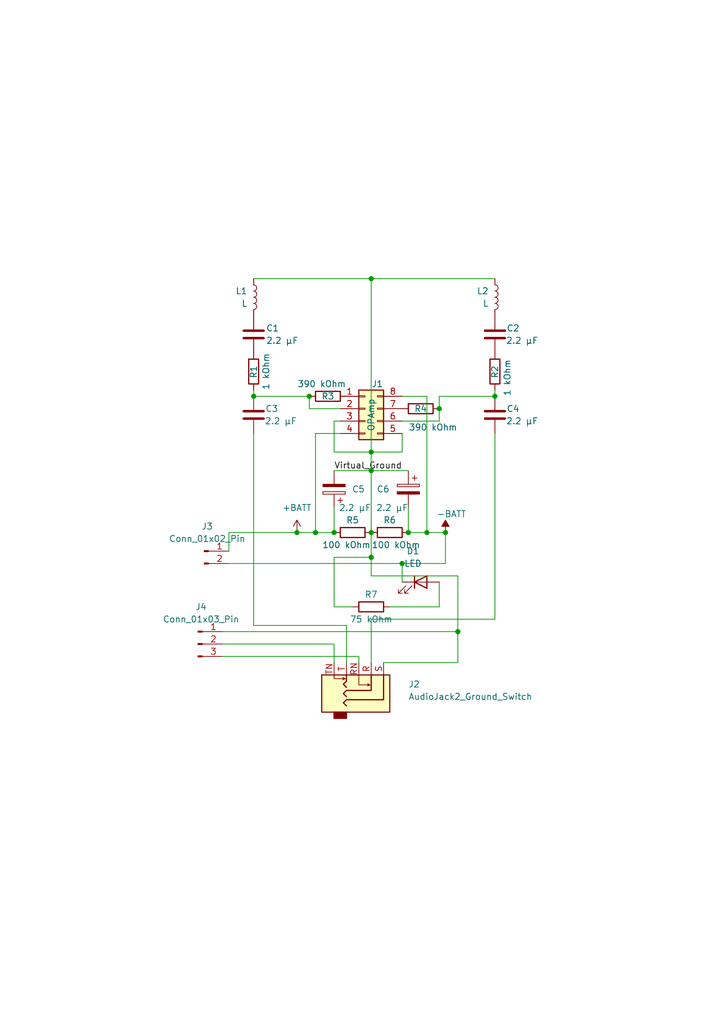
<source format=kicad_sch>
(kicad_sch (version 20230121) (generator eeschema)
  (paper "A5" portrait)
  (title_block (title "ElectroSlatsch") (rev "0.1") (company "Chaospott - RF"))
  (lib_symbols
    (symbol "Connector:Conn_01x02_Pin" (pin_names (offset 1.016) hide)
      (property "Reference" "J" (at 0 2.54 0))
      (property "Value" "Conn_01x02_Pin" (at 0 -5.08 0))
      (symbol "Conn_01x02_Pin_1_1"
        (polyline (pts (xy 1.27 -2.54) (xy 0.8636 -2.54)) (stroke (width 0.1524)))
        (polyline (pts (xy 1.27 0) (xy 0.8636 0)) (stroke (width 0.1524)))
        (rectangle (start 0.8636 -2.413) (end 0 -2.667) (stroke (width 0.1524)) (fill (type outline)))
        (rectangle (start 0.8636 0.127) (end 0 -0.127) (stroke (width 0.1524)) (fill (type outline)))
        (pin passive line (at 5.08 0 180) (length 3.81) (name "Pin_1") (number "1"))
        (pin passive line (at 5.08 -2.54 180) (length 3.81) (name "Pin_2") (number "2"))
      )
    )
    (symbol "Connector:Conn_01x03_Pin" (pin_names (offset 1.016) hide)
      (property "Reference" "J" (at 0 5.08 0))
      (property "Value" "Conn_01x03_Pin" (at 0 -5.08 0))
      (symbol "Conn_01x03_Pin_1_1"
        (polyline (pts (xy 1.27 -2.54) (xy 0.8636 -2.54)) (stroke (width 0.1524)))
        (polyline (pts (xy 1.27 0) (xy 0.8636 0)) (stroke (width 0.1524)))
        (polyline (pts (xy 1.27 2.54) (xy 0.8636 2.54)) (stroke (width 0.1524)))
        (rectangle (start 0.8636 -2.413) (end 0 -2.667) (stroke (width 0.1524)) (fill (type outline)))
        (rectangle (start 0.8636 0.127) (end 0 -0.127) (stroke (width 0.1524)) (fill (type outline)))
        (rectangle (start 0.8636 2.667) (end 0 2.413) (stroke (width 0.1524)) (fill (type outline)))
        (pin passive line (at 5.08 2.54 180) (length 3.81) (name "Pin_1") (number "1"))
        (pin passive line (at 5.08 0 180) (length 3.81) (name "Pin_2") (number "2"))
        (pin passive line (at 5.08 -2.54 180) (length 3.81) (name "Pin_3") (number "3"))
      )
    )
    (symbol "Connector_Audio:AudioJack3_SwitchTR"
      (property "Reference" "J" (at 0 8.89 0))
      (property "Value" "AudioJack3_SwitchTR" (at 0 6.35 0))
      (symbol "AudioJack3_SwitchTR_0_1"
        (rectangle (start -5.08 -5.08) (end -6.35 -7.62) (stroke (width 0.254)) (fill (type outline)))
        (polyline (pts (xy 0.508 -0.254) (xy 0.762 -0.762)))
        (polyline (pts (xy 1.778 -5.334) (xy 2.032 -5.842)))
        (polyline (pts (xy 0 -5.08) (xy 0.635 -5.715) (xy 1.27 -5.08) (xy 2.54 -5.08)) (stroke (width 0.254)))
        (polyline (pts (xy 2.54 -7.62) (xy 1.778 -7.62) (xy 1.778 -5.334) (xy 1.524 -5.842)))
        (polyline (pts (xy 2.54 -2.54) (xy 0.508 -2.54) (xy 0.508 -0.254) (xy 0.254 -0.762)))
        (polyline (pts (xy -1.905 -5.08) (xy -1.27 -5.715) (xy -0.635 -5.08) (xy -0.635 0) (xy 2.54 0)) (stroke (width 0.254)))
        (polyline (pts (xy 2.54 2.54) (xy -2.54 2.54) (xy -2.54 -5.08) (xy -3.175 -5.715) (xy -3.81 -5.08)) (stroke (width 0.254)))
        (rectangle (start 2.54 3.81) (end -5.08 -10.16) (stroke (width 0.254)) (fill (type background)))
      )
      (symbol "AudioJack3_SwitchTR_1_1"
        (pin passive line (at 5.08 0 180) (length 2.54) (name "~") (number "R"))
        (pin passive line (at 5.08 -2.54 180) (length 2.54) (name "~") (number "RN"))
        (pin passive line (at 5.08 2.54 180) (length 2.54) (name "~") (number "S"))
        (pin passive line (at 5.08 -5.08 180) (length 2.54) (name "~") (number "T"))
        (pin passive line (at 5.08 -7.62 180) (length 2.54) (name "~") (number "TN"))
      )
    )
    (symbol "Connector_Generic:Conn_02x04_Counter_Clockwise" (pin_names (offset 1.016) hide)
      (property "Reference" "J" (at 1.27 5.08 0))
      (property "Value" "Conn_02x04_Counter_Clockwise" (at 1.27 -7.62 0))
      (symbol "Conn_02x04_Counter_Clockwise_1_1"
        (rectangle (start -1.27 -4.953) (end 0 -5.207) (stroke (width 0.1524)))
        (rectangle (start -1.27 -2.413) (end 0 -2.667) (stroke (width 0.1524)))
        (rectangle (start -1.27 0.127) (end 0 -0.127) (stroke (width 0.1524)))
        (rectangle (start -1.27 2.667) (end 0 2.413) (stroke (width 0.1524)))
        (rectangle (start -1.27 3.81) (end 3.81 -6.35) (stroke (width 0.254)) (fill (type background)))
        (rectangle (start 3.81 -4.953) (end 2.54 -5.207) (stroke (width 0.1524)))
        (rectangle (start 3.81 -2.413) (end 2.54 -2.667) (stroke (width 0.1524)))
        (rectangle (start 3.81 0.127) (end 2.54 -0.127) (stroke (width 0.1524)))
        (rectangle (start 3.81 2.667) (end 2.54 2.413) (stroke (width 0.1524)))
        (pin passive line (at -5.08 2.54 0) (length 3.81) (name "Pin_1") (number "1"))
        (pin passive line (at -5.08 0 0) (length 3.81) (name "Pin_2") (number "2"))
        (pin passive line (at -5.08 -2.54 0) (length 3.81) (name "Pin_3") (number "3"))
        (pin passive line (at -5.08 -5.08 0) (length 3.81) (name "Pin_4") (number "4"))
        (pin passive line (at 7.62 -5.08 180) (length 3.81) (name "Pin_5") (number "5"))
        (pin passive line (at 7.62 -2.54 180) (length 3.81) (name "Pin_6") (number "6"))
        (pin passive line (at 7.62 0 180) (length 3.81) (name "Pin_7") (number "7"))
        (pin passive line (at 7.62 2.54 180) (length 3.81) (name "Pin_8") (number "8"))
      )
    )
    (symbol "Device:C" (pin_numbers hide) (pin_names (offset 0.254))
      (property "Reference" "C" (at 0.635 2.54 0))
      (property "Value" "C" (at 0.635 -2.54 0))
      (symbol "C_0_1"
        (polyline (pts (xy -2.032 -0.762) (xy 2.032 -0.762)) (stroke (width 0.508)))
        (polyline (pts (xy -2.032 0.762) (xy 2.032 0.762)) (stroke (width 0.508)))
      )
      (symbol "C_1_1"
        (pin passive line (at 0 3.81 270) (length 2.794) (name "~") (number "1"))
        (pin passive line (at 0 -3.81 90) (length 2.794) (name "~") (number "2"))
      )
    )
    (symbol "Device:C_Polarized" (pin_numbers hide) (pin_names (offset 0.254))
      (property "Reference" "C" (at 0.635 2.54 0))
      (property "Value" "C_Polarized" (at 0.635 -2.54 0))
      (symbol "C_Polarized_0_1"
        (rectangle (start -2.286 0.508) (end 2.286 1.016))
        (polyline (pts (xy -1.778 2.286) (xy -0.762 2.286)))
        (polyline (pts (xy -1.27 2.794) (xy -1.27 1.778)))
        (rectangle (start 2.286 -0.508) (end -2.286 -1.016) (fill (type outline)))
      )
      (symbol "C_Polarized_1_1"
        (pin passive line (at 0 3.81 270) (length 2.794) (name "~") (number "1"))
        (pin passive line (at 0 -3.81 90) (length 2.794) (name "~") (number "2"))
      )
    )
    (symbol "Device:L" (pin_numbers hide) (pin_names (offset 1.016) hide)
      (property "Reference" "L" (at -1.27 0 90))
      (property "Value" "L" (at 1.905 0 90))
      (symbol "L_0_1"
        (arc (start 0 -2.54) (mid 0.6323 -1.905) (end 0 -1.27))
        (arc (start 0 -1.27) (mid 0.6323 -0.635) (end 0 0))
        (arc (start 0 0) (mid 0.6323 0.635) (end 0 1.27))
        (arc (start 0 1.27) (mid 0.6323 1.905) (end 0 2.54))
      )
      (symbol "L_1_1"
        (pin passive line (at 0 3.81 270) (length 1.27) (name "1") (number "1"))
        (pin passive line (at 0 -3.81 90) (length 1.27) (name "2") (number "2"))
      )
    )
    (symbol "Device:LED" (pin_numbers hide) (pin_names (offset 1.016) hide)
      (property "Reference" "D" (at 0 2.54 0))
      (property "Value" "LED" (at 0 -2.54 0))
      (symbol "LED_0_1"
        (polyline (pts (xy -1.27 -1.27) (xy -1.27 1.27)) (stroke (width 0.254)))
        (polyline (pts (xy -1.27 0) (xy 1.27 0)))
        (polyline (pts (xy 1.27 -1.27) (xy 1.27 1.27) (xy -1.27 0) (xy 1.27 -1.27)) (stroke (width 0.254)))
        (polyline (pts (xy -3.048 -0.762) (xy -4.572 -2.286) (xy -3.81 -2.286) (xy -4.572 -2.286) (xy -4.572 -1.524)))
        (polyline (pts (xy -1.778 -0.762) (xy -3.302 -2.286) (xy -2.54 -2.286) (xy -3.302 -2.286) (xy -3.302 -1.524)))
      )
      (symbol "LED_1_1"
        (pin passive line (at -3.81 0 0) (length 2.54) (name "K") (number "1"))
        (pin passive line (at 3.81 0 180) (length 2.54) (name "A") (number "2"))
      )
    )
    (symbol "Device:R" (pin_numbers hide) (pin_names (offset 0))
      (property "Reference" "R" (at 2.032 0 90))
      (property "Value" "R" (at 0 0 90))
      (symbol "R_0_1"
        (rectangle (start -1.016 -2.54) (end 1.016 2.54) (stroke (width 0.254)))
      )
      (symbol "R_1_1"
        (pin passive line (at 0 3.81 270) (length 1.27) (name "~") (number "1"))
        (pin passive line (at 0 -3.81 90) (length 1.27) (name "~") (number "2"))
      )
    )
    (symbol "power:+BATT" (power) (pin_names (offset 0))
      (property "Value" "+BATT" (at 0 3.556 0))
      (symbol "+BATT_0_1"
        (polyline (pts (xy -0.762 1.27) (xy 0 2.54)))
        (polyline (pts (xy 0 0) (xy 0 2.54)))
        (polyline (pts (xy 0 2.54) (xy 0.762 1.27)))
      )
      (symbol "+BATT_1_1"
        (pin power_in line (at 0 0 90) (length 0) hide (name "+BATT") (number "1"))
      )
    )
    (symbol "power:-BATT" (power) (pin_names (offset 0))
      (property "Value" "-BATT" (at 0 3.556 0))
      (symbol "-BATT_0_1"
        (polyline (pts (xy 0 0) (xy 0 2.54)))
        (polyline (pts (xy 0.762 1.27) (xy -0.762 1.27) (xy 0 2.54) (xy 0.762 1.27)) (fill (type outline)))
      )
      (symbol "-BATT_1_1"
        (pin power_in line (at 0 0 90) (length 0) hide (name "-BATT") (number "1"))
      )
    )
  )
  (junction (at 101.6 81.28))
  (junction (at 76.2 92.71))
  (junction (at 90.17 83.82))
  (junction (at 60.96 109.22))
  (junction (at 63.5 81.28))
  (junction (at 83.82 109.22))
  (junction (at 76.2 114.3))
  (junction (at 52.07 81.28))
  (junction (at 76.2 57.15))
  (junction (at 91.44 109.22))
  (junction (at 64.77 109.22))
  (junction (at 82.55 115.57))
  (junction (at 76.2 96.52))
  (junction (at 93.98 129.54))
  (junction (at 68.58 109.22))
  (junction (at 76.2 109.22))
  (junction (at 87.63 109.22))
  (wire (pts (xy 78.74 135.89) (xy 93.98 135.89)))
  (wire (pts (xy 76.2 109.22) (xy 76.2 114.3)))
  (wire (pts (xy 52.07 81.28) (xy 63.5 81.28)))
  (wire (pts (xy 101.6 80.01) (xy 101.6 81.28)))
  (wire (pts (xy 76.2 127) (xy 76.2 135.89)))
  (wire (pts (xy 52.07 88.9) (xy 52.07 128.27)))
  (wire (pts (xy 68.58 92.71) (xy 76.2 92.71)))
  (wire (pts (xy 45.72 132.08) (xy 68.58 132.08)))
  (wire (pts (xy 83.82 104.14) (xy 83.82 109.22)))
  (wire (pts (xy 93.98 129.54) (xy 93.98 118.11)))
  (wire (pts (xy 82.55 86.36) (xy 90.17 86.36)))
  (wire (pts (xy 71.12 128.27) (xy 71.12 135.89)))
  (wire (pts (xy 68.58 96.52) (xy 76.2 96.52)))
  (wire (pts (xy 76.2 92.71) (xy 76.2 96.52)))
  (wire (pts (xy 76.2 118.11) (xy 93.98 118.11)))
  (wire (pts (xy 69.85 81.28) (xy 71.12 81.28)))
  (wire (pts (xy 101.6 81.28) (xy 90.17 81.28)))
  (wire (pts (xy 80.01 124.46) (xy 90.17 124.46)))
  (wire (pts (xy 45.72 129.54) (xy 93.98 129.54)))
  (wire (pts (xy 68.58 114.3) (xy 68.58 124.46)))
  (wire (pts (xy 93.98 129.54) (xy 93.98 135.89)))
  (wire (pts (xy 82.55 88.9) (xy 82.55 92.71)))
  (wire (pts (xy 52.07 57.15) (xy 76.2 57.15)))
  (wire (pts (xy 76.2 96.52) (xy 76.2 109.22)))
  (wire (pts (xy 64.77 88.9) (xy 64.77 109.22)))
  (wire (pts (xy 76.2 114.3) (xy 76.2 118.11)))
  (wire (pts (xy 82.55 115.57) (xy 91.44 115.57)))
  (wire (pts (xy 68.58 124.46) (xy 72.39 124.46)))
  (wire (pts (xy 52.07 128.27) (xy 71.12 128.27)))
  (wire (pts (xy 63.5 81.28) (xy 63.5 83.82)))
  (wire (pts (xy 82.55 92.71) (xy 76.2 92.71)))
  (wire (pts (xy 69.85 86.36) (xy 68.58 86.36)))
  (wire (pts (xy 87.63 109.22) (xy 91.44 109.22)))
  (wire (pts (xy 101.6 88.9) (xy 101.6 127)))
  (wire (pts (xy 73.66 134.62) (xy 73.66 135.89)))
  (wire (pts (xy 68.58 86.36) (xy 68.58 92.71)))
  (wire (pts (xy 46.99 115.57) (xy 82.55 115.57)))
  (wire (pts (xy 76.2 57.15) (xy 76.2 92.71)))
  (wire (pts (xy 60.96 109.22) (xy 46.99 109.22)))
  (wire (pts (xy 90.17 119.38) (xy 90.17 124.46)))
  (wire (pts (xy 68.58 104.14) (xy 68.58 109.22)))
  (wire (pts (xy 90.17 81.28) (xy 90.17 83.82)))
  (wire (pts (xy 91.44 115.57) (xy 91.44 109.22)))
  (wire (pts (xy 52.07 80.01) (xy 52.07 81.28)))
  (wire (pts (xy 82.55 119.38) (xy 82.55 115.57)))
  (wire (pts (xy 76.2 57.15) (xy 101.6 57.15)))
  (wire (pts (xy 87.63 81.28) (xy 87.63 109.22)))
  (wire (pts (xy 64.77 88.9) (xy 69.85 88.9)))
  (wire (pts (xy 46.99 109.22) (xy 46.99 113.03)))
  (wire (pts (xy 64.77 109.22) (xy 60.96 109.22)))
  (wire (pts (xy 76.2 127) (xy 101.6 127)))
  (wire (pts (xy 64.77 109.22) (xy 68.58 109.22)))
  (wire (pts (xy 76.2 114.3) (xy 68.58 114.3)))
  (wire (pts (xy 82.55 81.28) (xy 87.63 81.28)))
  (wire (pts (xy 63.5 83.82) (xy 69.85 83.82)))
  (wire (pts (xy 68.58 132.08) (xy 68.58 135.89)))
  (wire (pts (xy 90.17 83.82) (xy 90.17 86.36)))
  (wire (pts (xy 83.82 109.22) (xy 87.63 109.22)))
  (wire (pts (xy 45.72 134.62) (xy 73.66 134.62)))
  (wire (pts (xy 76.2 96.52) (xy 83.82 96.52)))
  (label "Virtual_Ground" (at 68.58 96.52 0))
  (symbol (lib_id "Device:LED") (at 86.36 119.38 0) (unit 1)
    (property "Reference" "D1" (at 84.7725 113.03 0))
    (property "Value" "LED" (at 84.7725 115.57 0))
    (property "Footprint" "LED_THT:LED_D4.0mm" (effects hide))
  )
  (symbol (lib_id "Device:R") (at 67.31 81.28 270) (unit 1)
    (property "Reference" "R3" (at 67.31 81.28 90))
    (property "Value" "390 kOhm" (at 66.04 78.74 90))
    (property "Footprint" "Resistor_THT:R_Box_L8.4mm_W2.5mm_P5.08mm" (effects hide))
  )
  (symbol (lib_id "Device:R") (at 72.39 109.22 270) (unit 1)
    (property "Reference" "R5" (at 72.39 106.68 90))
    (property "Value" "100 kOhm" (at 71.12 111.76 90))
    (property "Footprint" "Resistor_THT:R_Box_L8.4mm_W2.5mm_P5.08mm" (effects hide))
  )
  (symbol (lib_id "Device:R") (at 76.2 124.46 270) (unit 1)
    (property "Reference" "R7" (at 76.2 121.92 90))
    (property "Value" "75 kOhm" (at 76.2 127 90))
    (property "Footprint" "Resistor_THT:R_Box_L8.4mm_W2.5mm_P5.08mm" (effects hide))
  )
  (symbol (lib_id "Device:R") (at 80.01 109.22 270) (unit 1)
    (property "Reference" "R6" (at 80.01 106.68 90))
    (property "Value" "100 kOhm" (at 81.28 111.76 90))
    (property "Footprint" "Resistor_THT:R_Box_L8.4mm_W2.5mm_P5.08mm" (effects hide))
  )
  (symbol (lib_id "Connector_Audio:AudioJack3_SwitchTR") (at 76.2 140.97 270) (mirror x) (unit 1)
    (property "Reference" "J2" (at 83.82 140.335 90) (effects (justify left)))
    (property "Value" "AudioJack2_Ground_Switch" (at 83.82 142.875 90) (effects (justify left)))
    (property "Footprint" "Connector_Audio:Jack_3.5mm_CUI_SJ1-3525N_Horizontal" (effects hide))
  )
  (symbol (lib_id "Device:L") (at 101.6 60.96 0) (mirror x) (unit 1)
    (property "Reference" "L2" (at 100.33 59.69 0) (effects (justify right)))
    (property "Value" "L" (at 100.33 62.23 0) (effects (justify right)))
    (property "Footprint" "Inductor_THT:L_Axial_L7.0mm_D3.3mm_P5.08mm_Vertical_Fastron_MICC" (effects hide))
  )
  (symbol (lib_id "Connector_Generic:Conn_02x04_Counter_Clockwise") (at 74.93 83.82 0) (unit 1)
    (property "Reference" "J1" (at 77.47 78.74 0))
    (property "Value" "OPAmp" (at 76.2 85.09 90))
    (property "Footprint" "Package_DIP:DIP-8_W7.62mm_Socket" (effects hide))
  )
  (symbol (lib_id "Device:C_Polarized") (at 83.82 100.33 0) (mirror y) (unit 1)
    (property "Reference" "C6" (at 80.01 100.33 0) (effects (justify left)))
    (property "Value" "2.2 µF" (at 83.82 104.14 0) (effects (justify left)))
    (property "Footprint" "Capacitor_THT:CP_Radial_D5.0mm_P2.50mm" (effects hide))
  )
  (symbol (lib_id "Device:C") (at 52.07 68.58 0) (mirror x) (unit 1)
    (property "Reference" "C1" (at 54.61 67.31 0) (effects (justify left)))
    (property "Value" "2.2 µF" (at 54.61 69.85 0) (effects (justify left)))
    (property "Footprint" "Capacitor_THT:CP_Radial_D5.0mm_P2.50mm" (effects hide))
  )
  (symbol (lib_id "Device:C") (at 101.6 85.09 180) (unit 1)
    (property "Reference" "C4" (at 106.68 83.82 0) (effects (justify left)))
    (property "Value" "2.2 µF" (at 110.49 86.36 0) (effects (justify left)))
    (property "Footprint" "Capacitor_THT:CP_Radial_D5.0mm_P2.50mm" (effects hide))
  )
  (symbol (lib_id "Device:R") (at 86.36 83.82 270) (unit 1)
    (property "Reference" "R4" (at 86.36 83.82 90))
    (property "Value" "390 kOhm" (at 88.9 87.63 90))
    (property "Footprint" "Resistor_THT:R_Box_L8.4mm_W2.5mm_P5.08mm" (effects hide))
  )
  (symbol (lib_id "Connector:Conn_01x03_Pin") (at 40.64 132.08 0) (unit 1)
    (property "Reference" "J4" (at 41.275 124.46 0))
    (property "Value" "Conn_01x03_Pin" (at 41.275 127 0))
    (property "Footprint" "Connector_PinHeader_2.54mm:PinHeader_1x03_P2.54mm_Vertical" (effects hide))
  )
  (symbol (lib_id "Device:L") (at 52.07 60.96 0) (mirror x) (unit 1)
    (property "Reference" "L1" (at 50.8 59.69 0) (effects (justify right)))
    (property "Value" "L" (at 50.8 62.23 0) (effects (justify right)))
    (property "Footprint" "Inductor_THT:L_Axial_L7.0mm_D3.3mm_P5.08mm_Vertical_Fastron_MICC" (effects hide))
  )
  (symbol (lib_id "Connector:Conn_01x02_Pin") (at 41.91 113.03 0) (unit 1)
    (property "Reference" "J3" (at 42.545 107.95 0))
    (property "Value" "Conn_01x02_Pin" (at 42.545 110.49 0))
    (property "Footprint" "Connector_PinHeader_2.54mm:PinHeader_1x02_P2.54mm_Vertical" (effects hide))
  )
  (symbol (lib_id "Device:R") (at 101.6 76.2 0) (mirror x) (unit 1)
    (property "Reference" "R2" (at 101.6 74.93 90) (effects (justify left)))
    (property "Value" "1 kOhm" (at 104.14 73.66 90) (effects (justify left)))
    (property "Footprint" "Resistor_THT:R_Box_L8.4mm_W2.5mm_P5.08mm" (effects hide))
  )
  (symbol (lib_id "Device:R") (at 52.07 76.2 0) (mirror x) (unit 1)
    (property "Reference" "R1" (at 52.07 74.93 90) (effects (justify left)))
    (property "Value" "1 kOhm" (at 54.61 72.39 90) (effects (justify left)))
    (property "Footprint" "Resistor_THT:R_Box_L8.4mm_W2.5mm_P5.08mm" (effects hide))
  )
  (symbol (lib_id "power:+BATT") (at 60.96 109.22 0) (unit 1)
    (property "Reference" "#PWR02" (effects hide))
    (property "Value" "+BATT" (at 60.96 104.14 0))
    (property "Footprint" "Connector_Pin:Pin_D1.0mm_L10.0mm_LooseFit" (effects hide))
  )
  (symbol (lib_id "power:-BATT") (at 91.44 109.22 0) (unit 1)
    (property "Reference" "#PWR03" (effects hide))
    (property "Value" "-BATT" (at 92.71 105.41 0))
    (property "Footprint" "Connector_Pin:Pin_D1.0mm_L10.0mm_LooseFit" (effects hide))
  )
  (symbol (lib_id "Device:C_Polarized") (at 68.58 100.33 180) (unit 1)
    (property "Reference" "C5" (at 74.93 100.33 0) (effects (justify left)))
    (property "Value" "2.2 µF" (at 76.2 104.14 0) (effects (justify left)))
    (property "Footprint" "Capacitor_THT:CP_Radial_D5.0mm_P2.50mm" (effects hide))
  )
  (symbol (lib_id "Device:C") (at 101.6 68.58 180) (unit 1)
    (property "Reference" "C2" (at 106.68 67.31 0) (effects (justify left)))
    (property "Value" "2.2 µF" (at 110.49 69.85 0) (effects (justify left)))
    (property "Footprint" "Capacitor_THT:CP_Radial_D5.0mm_P2.50mm" (effects hide))
  )
  (symbol (lib_id "Device:C") (at 52.07 85.09 180) (unit 1)
    (property "Reference" "C3" (at 57.15 83.82 0) (effects (justify left)))
    (property "Value" "2.2 µF" (at 60.96 86.36 0) (effects (justify left)))
    (property "Footprint" "Capacitor_THT:CP_Radial_D5.0mm_P2.50mm" (effects hide))
  )
)
</source>
